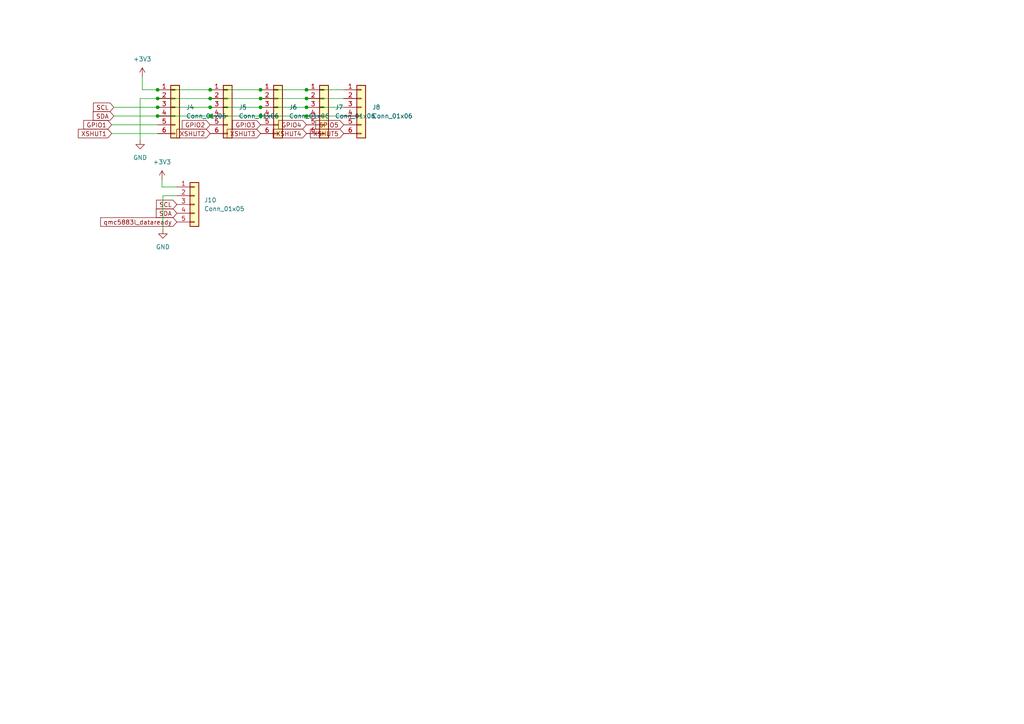
<source format=kicad_sch>
(kicad_sch (version 20230121) (generator eeschema)
  (paper "A4")
  (lib_symbols
    (symbol "Connector_Generic:Conn_01x05" (pin_names (offset 1.016) hide)
      (property "Reference" "J" (at 0 7.62 0))
      (property "Value" "Conn_01x05" (at 0 -7.62 0))
      (symbol "Conn_01x05_1_1"
        (rectangle (start -1.27 -4.953) (end 0 -5.207) (stroke (width 0.1524)))
        (rectangle (start -1.27 -2.413) (end 0 -2.667) (stroke (width 0.1524)))
        (rectangle (start -1.27 0.127) (end 0 -0.127) (stroke (width 0.1524)))
        (rectangle (start -1.27 2.667) (end 0 2.413) (stroke (width 0.1524)))
        (rectangle (start -1.27 5.207) (end 0 4.953) (stroke (width 0.1524)))
        (rectangle (start -1.27 6.35) (end 1.27 -6.35) (stroke (width 0.254)) (fill (type background)))
        (pin passive line (at -5.08 5.08 0) (length 3.81) (name "Pin_1") (number "1"))
        (pin passive line (at -5.08 2.54 0) (length 3.81) (name "Pin_2") (number "2"))
        (pin passive line (at -5.08 0 0) (length 3.81) (name "Pin_3") (number "3"))
        (pin passive line (at -5.08 -2.54 0) (length 3.81) (name "Pin_4") (number "4"))
        (pin passive line (at -5.08 -5.08 0) (length 3.81) (name "Pin_5") (number "5"))
      )
    )
    (symbol "Connector_Generic:Conn_01x06" (pin_names (offset 1.016) hide)
      (property "Reference" "J" (at 0 7.62 0))
      (property "Value" "Conn_01x06" (at 0 -10.16 0))
      (symbol "Conn_01x06_1_1"
        (rectangle (start -1.27 -7.493) (end 0 -7.747) (stroke (width 0.1524)))
        (rectangle (start -1.27 -4.953) (end 0 -5.207) (stroke (width 0.1524)))
        (rectangle (start -1.27 -2.413) (end 0 -2.667) (stroke (width 0.1524)))
        (rectangle (start -1.27 0.127) (end 0 -0.127) (stroke (width 0.1524)))
        (rectangle (start -1.27 2.667) (end 0 2.413) (stroke (width 0.1524)))
        (rectangle (start -1.27 5.207) (end 0 4.953) (stroke (width 0.1524)))
        (rectangle (start -1.27 6.35) (end 1.27 -8.89) (stroke (width 0.254)) (fill (type background)))
        (pin passive line (at -5.08 5.08 0) (length 3.81) (name "Pin_1") (number "1"))
        (pin passive line (at -5.08 2.54 0) (length 3.81) (name "Pin_2") (number "2"))
        (pin passive line (at -5.08 0 0) (length 3.81) (name "Pin_3") (number "3"))
        (pin passive line (at -5.08 -2.54 0) (length 3.81) (name "Pin_4") (number "4"))
        (pin passive line (at -5.08 -5.08 0) (length 3.81) (name "Pin_5") (number "5"))
        (pin passive line (at -5.08 -7.62 0) (length 3.81) (name "Pin_6") (number "6"))
      )
    )
    (symbol "power:+3.3V" (power) (pin_names (offset 0))
      (property "Value" "+3.3V" (at 0 3.556 0))
      (symbol "+3.3V_0_1"
        (polyline (pts (xy -0.762 1.27) (xy 0 2.54)))
        (polyline (pts (xy 0 0) (xy 0 2.54)))
        (polyline (pts (xy 0 2.54) (xy 0.762 1.27)))
      )
      (symbol "+3.3V_1_1"
        (pin power_in line (at 0 0 90) (length 0) hide (name "+3V3") (number "1"))
      )
    )
    (symbol "power:GND" (power) (pin_names (offset 0))
      (property "Value" "GND" (at 0 -3.81 0))
      (symbol "GND_0_1"
        (polyline (pts (xy 0 0) (xy 0 -1.27) (xy 1.27 -1.27) (xy 0 -2.54) (xy -1.27 -1.27) (xy 0 -1.27)))
      )
      (symbol "GND_1_1"
        (pin power_in line (at 0 0 270) (length 0) hide (name "GND") (number "1"))
      )
    )
  )
  (junction (at 45.72 26.035))
  (junction (at 75.565 31.115))
  (junction (at 45.72 31.115))
  (junction (at 88.9 26.035))
  (junction (at 60.96 26.035))
  (junction (at 75.565 33.655))
  (junction (at 60.96 31.115))
  (junction (at 45.72 33.655))
  (junction (at 60.96 28.575))
  (junction (at 88.9 31.115))
  (junction (at 45.72 28.575))
  (junction (at 88.9 28.575))
  (junction (at 60.96 33.655))
  (junction (at 88.9 33.655))
  (junction (at 75.565 28.575))
  (junction (at 75.565 26.035))
  (wire (pts (xy 40.64 28.575) (xy 40.64 40.64)))
  (wire (pts (xy 60.96 28.575) (xy 75.565 28.575)))
  (wire (pts (xy 45.72 28.575) (xy 40.64 28.575)))
  (wire (pts (xy 41.275 22.225) (xy 41.275 26.035)))
  (wire (pts (xy 60.96 33.655) (xy 75.565 33.655)))
  (wire (pts (xy 32.385 38.735) (xy 45.72 38.735)))
  (wire (pts (xy 88.9 31.115) (xy 99.695 31.115)))
  (wire (pts (xy 60.96 31.115) (xy 75.565 31.115)))
  (wire (pts (xy 88.9 28.575) (xy 99.695 28.575)))
  (wire (pts (xy 45.72 28.575) (xy 60.96 28.575)))
  (wire (pts (xy 33.02 33.655) (xy 45.72 33.655)))
  (wire (pts (xy 75.565 31.115) (xy 88.9 31.115)))
  (wire (pts (xy 88.9 26.035) (xy 99.695 26.035)))
  (wire (pts (xy 33.02 31.115) (xy 45.72 31.115)))
  (wire (pts (xy 47.244 66.548) (xy 47.244 56.769)))
  (wire (pts (xy 88.9 33.655) (xy 99.695 33.655)))
  (wire (pts (xy 75.565 33.655) (xy 88.9 33.655)))
  (wire (pts (xy 32.385 36.195) (xy 45.72 36.195)))
  (wire (pts (xy 46.99 52.07) (xy 46.99 54.229)))
  (wire (pts (xy 75.565 26.035) (xy 88.9 26.035)))
  (wire (pts (xy 47.244 56.769) (xy 51.308 56.769)))
  (wire (pts (xy 46.99 54.229) (xy 51.308 54.229)))
  (wire (pts (xy 45.72 31.115) (xy 60.96 31.115)))
  (wire (pts (xy 41.275 26.035) (xy 45.72 26.035)))
  (wire (pts (xy 60.96 26.035) (xy 75.565 26.035)))
  (wire (pts (xy 75.565 28.575) (xy 88.9 28.575)))
  (wire (pts (xy 45.72 26.035) (xy 60.96 26.035)))
  (wire (pts (xy 45.72 33.655) (xy 60.96 33.655)))
  (global_label "GPIO4" (shape input) (at 88.9 36.195 180) (property "Intersheetrefs" "${INTERSHEET_REFS}" (effects hide)))
  (global_label "GPIO3" (shape input) (at 75.565 36.195 180) (property "Intersheetrefs" "${INTERSHEET_REFS}" (effects hide)))
  (global_label "XSHUT4" (shape input) (at 88.9 38.735 180) (property "Intersheetrefs" "${INTERSHEET_REFS}" (effects hide)))
  (global_label "SDA" (shape input) (at 51.308 61.849 180) (property "Intersheetrefs" "${INTERSHEET_REFS}" (effects hide)))
  (global_label "XSHUT2" (shape input) (at 60.96 38.735 180) (property "Intersheetrefs" "${INTERSHEET_REFS}" (effects hide)))
  (global_label "SDA" (shape input) (at 33.02 33.655 180) (property "Intersheetrefs" "${INTERSHEET_REFS}" (effects hide)))
  (global_label "qmc5883l_dataready" (shape input) (at 51.308 64.389 180) (property "Intersheetrefs" "${INTERSHEET_REFS}" (effects hide)))
  (global_label "SCL" (shape input) (at 51.308 59.309 180) (property "Intersheetrefs" "${INTERSHEET_REFS}" (effects hide)))
  (global_label "XSHUT5" (shape input) (at 99.695 38.735 180) (property "Intersheetrefs" "${INTERSHEET_REFS}" (effects hide)))
  (global_label "GPIO1" (shape input) (at 32.385 36.195 180) (property "Intersheetrefs" "${INTERSHEET_REFS}" (effects hide)))
  (global_label "XSHUT1" (shape input) (at 32.385 38.735 180) (property "Intersheetrefs" "${INTERSHEET_REFS}" (effects hide)))
  (global_label "XSHUT3" (shape input) (at 75.565 38.735 180) (property "Intersheetrefs" "${INTERSHEET_REFS}" (effects hide)))
  (global_label "GPIO5" (shape input) (at 99.695 36.195 180) (property "Intersheetrefs" "${INTERSHEET_REFS}" (effects hide)))
  (global_label "GPIO2" (shape input) (at 60.96 36.195 180) (property "Intersheetrefs" "${INTERSHEET_REFS}" (effects hide)))
  (global_label "SCL" (shape input) (at 33.02 31.115 180) (property "Intersheetrefs" "${INTERSHEET_REFS}" (effects hide)))
  (symbol (lib_id "power:GND") (at 40.64 40.64 0) (unit 1)
    (property "Reference" "#PWR018" (effects hide))
    (property "Value" "GND" (at 40.64 45.72 0))
  )
  (symbol (lib_id "power:+3.3V") (at 46.99 52.07 0) (unit 1)
    (property "Reference" "#PWR039" (effects hide))
    (property "Value" "+3.3V" (at 46.99 46.99 0))
  )
  (symbol (lib_id "Connector_Generic:Conn_01x06") (at 66.04 31.115 0) (unit 1)
    (property "Reference" "J5" (at 69.215 31.115 0) (effects (justify left)))
    (property "Value" "Conn_01x06" (at 69.215 33.655 0) (effects (justify left)))
    (property "Footprint" "Connector_PinSocket_2.54mm:PinSocket_1x06_P2.54mm_Vertical" (effects hide))
    (property "Datasheet" "https://www.laskakit.cz/laserovy-senzor-vzdalenosti-vl53l1x-i2c/" (effects hide))
  )
  (symbol (lib_id "Connector_Generic:Conn_01x05") (at 56.388 59.309 0) (unit 1)
    (property "Reference" "J10" (at 59.182 58.039 0) (effects (justify left)))
    (property "Value" "Conn_01x05" (at 59.182 60.579 0) (effects (justify left)))
    (property "Footprint" "Connector_PinSocket_2.54mm:PinSocket_1x05_P2.54mm_Vertical" (effects hide))
    (property "Datasheet" "https://www.laskakit.cz/arduino-kompas-qmc5883l/?currency=eur&gad_source=4" (effects hide))
  )
  (symbol (lib_id "power:+3.3V") (at 41.275 22.225 0) (unit 1)
    (property "Reference" "#PWR019" (effects hide))
    (property "Value" "+3.3V" (at 41.275 17.145 0))
  )
  (symbol (lib_id "Connector_Generic:Conn_01x06") (at 104.775 31.115 0) (unit 1)
    (property "Reference" "J8" (at 107.95 31.115 0) (effects (justify left)))
    (property "Value" "Conn_01x06" (at 107.95 33.655 0) (effects (justify left)))
    (property "Footprint" "Connector_PinSocket_2.54mm:PinSocket_1x06_P2.54mm_Vertical" (effects hide))
    (property "Datasheet" "https://www.laskakit.cz/laserovy-senzor-vzdalenosti-vl53l1x-i2c/" (effects hide))
  )
  (symbol (lib_id "power:GND") (at 47.244 66.548 0) (unit 1)
    (property "Reference" "#PWR040" (effects hide))
    (property "Value" "GND" (at 47.244 71.628 0))
  )
  (symbol (lib_id "Connector_Generic:Conn_01x06") (at 80.645 31.115 0) (unit 1)
    (property "Reference" "J6" (at 83.82 31.115 0) (effects (justify left)))
    (property "Value" "Conn_01x06" (at 83.82 33.655 0) (effects (justify left)))
    (property "Footprint" "Connector_PinSocket_2.54mm:PinSocket_1x06_P2.54mm_Vertical" (effects hide))
    (property "Datasheet" "https://www.laskakit.cz/laserovy-senzor-vzdalenosti-vl53l1x-i2c/" (effects hide))
  )
  (symbol (lib_id "Connector_Generic:Conn_01x06") (at 93.98 31.115 0) (unit 1)
    (property "Reference" "J7" (at 97.155 31.115 0) (effects (justify left)))
    (property "Value" "Conn_01x06" (at 97.155 33.655 0) (effects (justify left)))
    (property "Footprint" "Connector_PinSocket_2.54mm:PinSocket_1x06_P2.54mm_Vertical" (effects hide))
    (property "Datasheet" "https://www.laskakit.cz/laserovy-senzor-vzdalenosti-vl53l1x-i2c/" (effects hide))
  )
  (symbol (lib_id "Connector_Generic:Conn_01x06") (at 50.8 31.115 0) (unit 1)
    (property "Reference" "J4" (at 53.975 31.115 0) (effects (justify left)))
    (property "Value" "Conn_01x06" (at 53.975 33.655 0) (effects (justify left)))
    (property "Footprint" "Connector_PinSocket_2.54mm:PinSocket_1x06_P2.54mm_Vertical" (effects hide))
    (property "Datasheet" "https://www.laskakit.cz/laserovy-senzor-vzdalenosti-vl53l1x-i2c/" (effects hide))
  )
)
</source>
